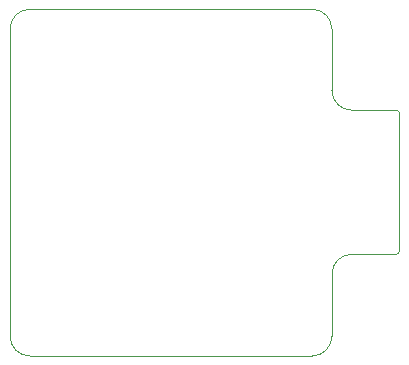
<source format=gbr>
%TF.GenerationSoftware,KiCad,Pcbnew,(5.1.8)-1*%
%TF.CreationDate,2021-02-12T13:32:35+03:00*%
%TF.ProjectId,lcd_pcb,6c63645f-7063-4622-9e6b-696361645f70,rev?*%
%TF.SameCoordinates,Original*%
%TF.FileFunction,Profile,NP*%
%FSLAX46Y46*%
G04 Gerber Fmt 4.6, Leading zero omitted, Abs format (unit mm)*
G04 Created by KiCad (PCBNEW (5.1.8)-1) date 2021-02-12 13:32:35*
%MOMM*%
%LPD*%
G01*
G04 APERTURE LIST*
%TA.AperFunction,Profile*%
%ADD10C,0.050000*%
%TD*%
G04 APERTURE END LIST*
D10*
X107250000Y-93000000D02*
G75*
G02*
X105566000Y-94684000I-1684000J0D01*
G01*
X81684000Y-94684000D02*
G75*
G02*
X80000000Y-93000000I0J1684000D01*
G01*
X105566000Y-94684000D02*
X81684000Y-94684002D01*
X80000000Y-67000000D02*
G75*
G02*
X81684000Y-65316000I1684000J0D01*
G01*
X105566000Y-65316000D02*
G75*
G02*
X107250000Y-67000000I0J-1684000D01*
G01*
X81684000Y-65316000D02*
X105566000Y-65316000D01*
X107250000Y-67000000D02*
X107250000Y-72190000D01*
X108934000Y-73874000D02*
G75*
G02*
X107250000Y-72190000I0J1684000D01*
G01*
X108934000Y-73874000D02*
X112714000Y-73874000D01*
X107250000Y-87750000D02*
G75*
G02*
X108934000Y-86066000I1684000J0D01*
G01*
X107250000Y-87750000D02*
X107250000Y-93000000D01*
X80000000Y-67000000D02*
X80000000Y-93000000D01*
X112968000Y-74128000D02*
X112968000Y-85812000D01*
X108934000Y-86066000D02*
X112714000Y-86066000D01*
X112968000Y-85812000D02*
G75*
G02*
X112714000Y-86066000I-254000J0D01*
G01*
X112714000Y-73874000D02*
G75*
G02*
X112968000Y-74128000I0J-254000D01*
G01*
M02*

</source>
